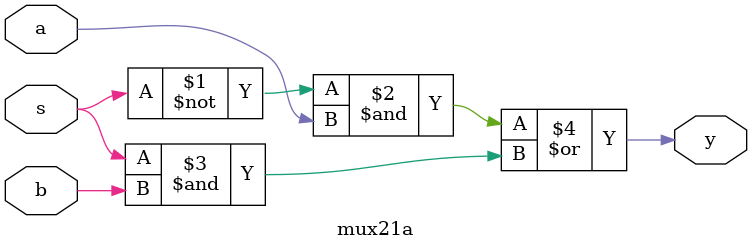
<source format=v>
module mux21a(
  input wire a,
  input wire b,
  input wire s,
  output wire y
);

  assign y = ~ s & a | s & b;

endmodule
</source>
